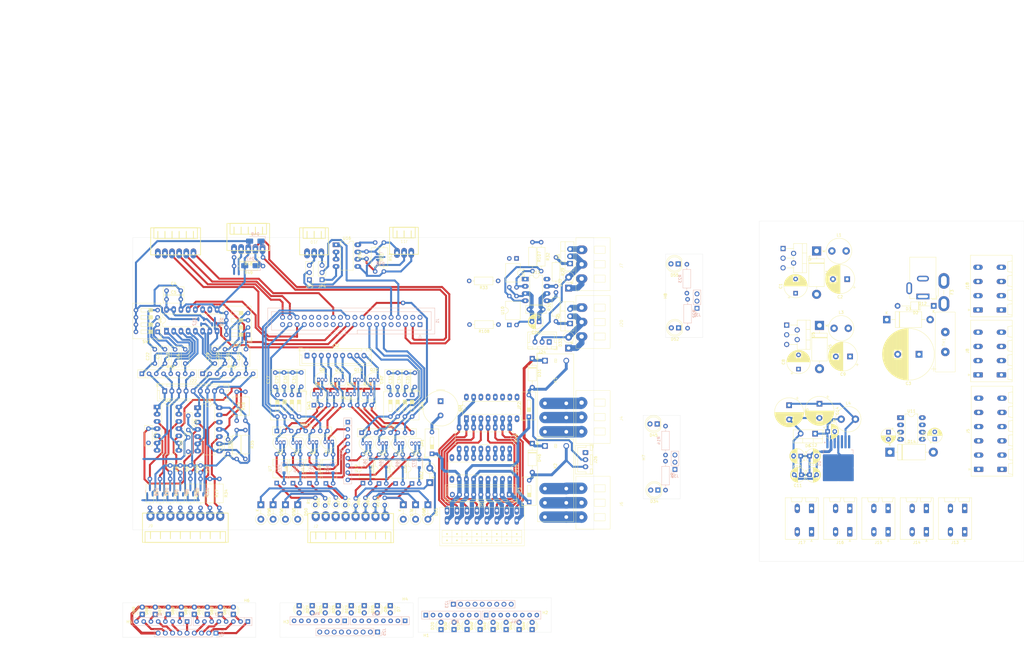
<source format=kicad_pcb>
(kicad_pcb
	(version 20240108)
	(generator "pcbnew")
	(generator_version "8.0")
	(general
		(thickness 1.6)
		(legacy_teardrops no)
	)
	(paper "A3")
	(layers
		(0 "F.Cu" signal)
		(31 "B.Cu" signal)
		(32 "B.Adhes" user "B.Adhesive")
		(33 "F.Adhes" user "F.Adhesive")
		(34 "B.Paste" user)
		(35 "F.Paste" user)
		(36 "B.SilkS" user "B.Silkscreen")
		(37 "F.SilkS" user "F.Silkscreen")
		(38 "B.Mask" user)
		(39 "F.Mask" user)
		(40 "Dwgs.User" user "User.Drawings")
		(41 "Cmts.User" user "User.Comments")
		(42 "Eco1.User" user "User.Eco1")
		(43 "Eco2.User" user "User.Eco2")
		(44 "Edge.Cuts" user)
		(45 "Margin" user)
		(46 "B.CrtYd" user "B.Courtyard")
		(47 "F.CrtYd" user "F.Courtyard")
		(48 "B.Fab" user)
		(49 "F.Fab" user)
		(50 "User.1" user)
		(51 "User.2" user)
		(52 "User.3" user)
		(53 "User.4" user)
		(54 "User.5" user)
		(55 "User.6" user)
		(56 "User.7" user)
		(57 "User.8" user)
		(58 "User.9" user)
	)
	(setup
		(pad_to_mask_clearance 0)
		(allow_soldermask_bridges_in_footprints no)
		(pcbplotparams
			(layerselection 0x00010fc_ffffffff)
			(plot_on_all_layers_selection 0x0000000_00000000)
			(disableapertmacros no)
			(usegerberextensions no)
			(usegerberattributes yes)
			(usegerberadvancedattributes yes)
			(creategerberjobfile yes)
			(dashed_line_dash_ratio 12.000000)
			(dashed_line_gap_ratio 3.000000)
			(svgprecision 4)
			(plotframeref no)
			(viasonmask no)
			(mode 1)
			(useauxorigin no)
			(hpglpennumber 1)
			(hpglpenspeed 20)
			(hpglpendiameter 15.000000)
			(pdf_front_fp_property_popups yes)
			(pdf_back_fp_property_popups yes)
			(dxfpolygonmode yes)
			(dxfimperialunits yes)
			(dxfusepcbnewfont yes)
			(psnegative no)
			(psa4output no)
			(plotreference yes)
			(plotvalue yes)
			(plotfptext yes)
			(plotinvisibletext no)
			(sketchpadsonfab no)
			(subtractmaskfromsilk no)
			(outputformat 1)
			(mirror no)
			(drillshape 1)
			(scaleselection 1)
			(outputdirectory "")
		)
	)
	(net 0 "")
	(net 1 "+5V")
	(net 2 "/Buzzer")
	(net 3 "+24V filtered")
	(net 4 "GND")
	(net 5 "+3V3")
	(net 6 "/ADC_CH3")
	(net 7 "/ADC_CH1")
	(net 8 "+12V")
	(net 9 "Net-(D6-K)")
	(net 10 "Net-(U1-BOOT)")
	(net 11 "/Dig-IN_1")
	(net 12 "Net-(U11-CAP+)")
	(net 13 "Net-(D14-K)")
	(net 14 "-5V")
	(net 15 "/ADC_CH5")
	(net 16 "/ADC_CH6")
	(net 17 "/ADC_CH0")
	(net 18 "/ADC_CH2")
	(net 19 "/ADC_CH7")
	(net 20 "/ADC_CH4")
	(net 21 "/Dig-IN_2")
	(net 22 "/Dig-IN_3")
	(net 23 "/Dig-IN_4")
	(net 24 "/Dig-IN_5")
	(net 25 "/Dig-IN_6")
	(net 26 "/Dig-IN_7")
	(net 27 "/Dig-IN_8")
	(net 28 "Net-(D1-K)")
	(net 29 "Net-(D2-K)")
	(net 30 "Net-(D5-K)")
	(net 31 "OUT_Digital_1_open-drain")
	(net 32 "Net-(U3C-+)")
	(net 33 "Net-(U3D-+)")
	(net 34 "IN_Analog_6 (0-20mA)")
	(net 35 "IN_Analog_7 (0-20mA)")
	(net 36 "Net-(U9B-+)")
	(net 37 "/OUT_PWM_1_diode")
	(net 38 "/OUT_PWM_2_diode")
	(net 39 "Net-(D34-A)")
	(net 40 "Net-(U9A-+)")
	(net 41 "OUT_Digital_2_open-drain")
	(net 42 "OUT_Digital_3_open-drain")
	(net 43 "OUT_Digital_4_open-drain")
	(net 44 "OUT_Digital_5_open-drain")
	(net 45 "Net-(U3A-+)")
	(net 46 "I2C_SDA")
	(net 47 "RS485_B")
	(net 48 "RS485_A")
	(net 49 "Net-(D50-A1)")
	(net 50 "Net-(D51-A)")
	(net 51 "Net-(D53-A1)")
	(net 52 "Net-(D54-A)")
	(net 53 "Net-(D56-A1)")
	(net 54 "Net-(D57-A)")
	(net 55 "Net-(D59-A1)")
	(net 56 "Net-(D60-A)")
	(net 57 "Net-(D62-A1)")
	(net 58 "Net-(D63-A)")
	(net 59 "Net-(D65-A1)")
	(net 60 "Net-(D66-A)")
	(net 61 "Net-(D68-A1)")
	(net 62 "Net-(D69-A)")
	(net 63 "Net-(D71-A1)")
	(net 64 "Net-(D72-A)")
	(net 65 "+BATT")
	(net 66 "unconnected-(J1-ID_SD{slash}GPIO0-Pad27)")
	(net 67 "/SPI_CE0_ADC")
	(net 68 "Net-(J1-3V3-Pad1)")
	(net 69 "/SPI0_miso_ADC")
	(net 70 "/UART_DIR-T")
	(net 71 "/SPI0_mosi_ADC")
	(net 72 "/SPI0_sclk_ADC")
	(net 73 "/UART_TX")
	(net 74 "/SPI1_miso_FREE")
	(net 75 "/SR-OUT_latch")
	(net 76 "/SPI1_mosi_FREE")
	(net 77 "/SR-OUT_clock")
	(net 78 "/SR-OUT_data")
	(net 79 "unconnected-(J1-ID_SC{slash}GPIO1-Pad28)")
	(net 80 "/SPI1_CE_FREE")
	(net 81 "/UART_RX")
	(net 82 "/OUT_PWM_2")
	(net 83 "/SPI1_sclk_FREE")
	(net 84 "/OUT_PWM_1")
	(net 85 "IN_Digital_8")
	(net 86 "IN_Digital_5")
	(net 87 "IN_Digital_2")
	(net 88 "IN_Digital_3")
	(net 89 "IN_Digital_4")
	(net 90 "IN_Digital_6")
	(net 91 "IN_Digital_7")
	(net 92 "IN_Digital_1")
	(net 93 "OUT_Digital_8")
	(net 94 "OUT_Digital_7_open-drain")
	(net 95 "OUT_Digital_2")
	(net 96 "OUT_Digital_4")
	(net 97 "OUT_Digital_5")
	(net 98 "OUT_Digital_6")
	(net 99 "OUT_Digital_3")
	(net 100 "OUT_Digital_7")
	(net 101 "OUT_Digital_8_open-drain")
	(net 102 "OUT_Digital_1")
	(net 103 "OUT_Digital_6_open-drain")
	(net 104 "Net-(J4-Pin_1)")
	(net 105 "Net-(J4-Pin_2)")
	(net 106 "Net-(J4-Pin_3)")
	(net 107 "OUT_Digital_COM_open-drain")
	(net 108 "Net-(J6-Pin_1)")
	(net 109 "Net-(J6-Pin_3)")
	(net 110 "Net-(J6-Pin_2)")
	(net 111 "IN_Analog_1 (0-3.3V)")
	(net 112 "IN_Analog_5 (0-24V)")
	(net 113 "IN_Analog_4 (0-12V)")
	(net 114 "IN_Analog_2 (0-5V)")
	(net 115 "IN_Analog_0 (0-3.3V)")
	(net 116 "IN_Analog_3 (0-5V)")
	(net 117 "Net-(Q1-G)")
	(net 118 "Net-(Q2-G)")
	(net 119 "Net-(Q2-D)")
	(net 120 "Net-(Q5-G)")
	(net 121 "Net-(C17-Pad1)")
	(net 122 "Net-(Q7-G)")
	(net 123 "Net-(Q7-D)")
	(net 124 "Net-(C29-Pad1)")
	(net 125 "Net-(Q9-G)")
	(net 126 "Net-(C30-Pad1)")
	(net 127 "Net-(Q10-G)")
	(net 128 "Net-(Q11-D)")
	(net 129 "Net-(Q11-G)")
	(net 130 "Net-(C31-Pad1)")
	(net 131 "Net-(Q13-G)")
	(net 132 "Net-(Q13-D)")
	(net 133 "Net-(C32-Pad1)")
	(net 134 "Net-(Q15-D)")
	(net 135 "Net-(Q15-G)")
	(net 136 "Net-(C33-Pad1)")
	(net 137 "Net-(Q17-G)")
	(net 138 "Net-(Q17-D)")
	(net 139 "Net-(C34-Pad1)")
	(net 140 "Net-(Q19-D)")
	(net 141 "Net-(Q19-G)")
	(net 142 "Net-(C35-Pad1)")
	(net 143 "Net-(U9C--)")
	(net 144 "Net-(U12-~{OUTA})")
	(net 145 "Net-(U12-~{OUTB})")
	(net 146 "Net-(U12-INB)")
	(net 147 "Net-(R33-Pad1)")
	(net 148 "Net-(U9D--)")
	(net 149 "Net-(U12-INA)")
	(net 150 "Net-(R108-Pad1)")
	(net 151 "unconnected-(U1-EN-Pad7)")
	(net 152 "unconnected-(U1-NC-Pad5)")
	(net 153 "unconnected-(U2-QH'-Pad9)")
	(net 154 "unconnected-(U11-OSC-Pad7)")
	(net 155 "unconnected-(U11-NC-Pad1)")
	(net 156 "unconnected-(U12-NC-Pad8)")
	(net 157 "unconnected-(U12-NC-Pad1)")
	(net 158 "Net-(U3B-+)")
	(net 159 "Net-(D45-K)")
	(net 160 "/LED_analog-CH6")
	(net 161 "/LED_analog-CH2")
	(net 162 "/LED_analog-CH7")
	(net 163 "/LED_analog-CH5")
	(net 164 "/LED_analog-CH0")
	(net 165 "/LED_analog-CH1")
	(net 166 "/LED_analog-CH3")
	(net 167 "/LED_analog-CH4")
	(net 168 "Net-(D10-K)")
	(net 169 "Net-(D7-A)")
	(net 170 "Net-(D8-A)")
	(net 171 "Net-(D10-A)")
	(net 172 "Net-(D15-A)")
	(net 173 "Net-(D17-A)")
	(net 174 "Net-(D23-A)")
	(net 175 "Net-(D26-A)")
	(net 176 "Net-(D27-A)")
	(net 177 "Net-(D82-K)")
	(net 178 "Net-(D82-A)")
	(net 179 "Net-(D83-K)")
	(net 180 "Net-(D84-K)")
	(net 181 "Net-(D85-K)")
	(net 182 "Net-(D86-K)")
	(net 183 "Net-(D87-K)")
	(net 184 "Net-(D88-K)")
	(net 185 "Net-(D89-K)")
	(net 186 "Net-(J25-Pin_8)")
	(net 187 "Net-(J25-Pin_5)")
	(net 188 "Net-(J25-Pin_7)")
	(net 189 "Net-(J25-Pin_2)")
	(net 190 "Net-(J25-Pin_6)")
	(net 191 "Net-(J25-Pin_1)")
	(net 192 "Net-(J25-Pin_4)")
	(net 193 "Net-(J25-Pin_3)")
	(net 194 "Net-(J27-Pin_4)")
	(net 195 "Net-(J27-Pin_8)")
	(net 196 "Net-(J27-Pin_1)")
	(net 197 "Net-(J27-Pin_5)")
	(net 198 "Net-(J27-Pin_6)")
	(net 199 "Net-(J27-Pin_7)")
	(net 200 "Net-(J27-Pin_3)")
	(net 201 "Net-(J27-Pin_2)")
	(net 202 "Net-(D20-A)")
	(net 203 "Net-(D20-K)")
	(net 204 "Net-(D30-K)")
	(net 205 "Net-(D37-K)")
	(net 206 "Net-(D40-K)")
	(net 207 "Net-(D41-K)")
	(net 208 "Net-(D42-K)")
	(net 209 "Net-(D43-K)")
	(net 210 "Net-(D44-K)")
	(net 211 "/LED_digital-out_2")
	(net 212 "/LED_digital-out_8")
	(net 213 "/LED_digital-out_6")
	(net 214 "/LED_digital-out_5")
	(net 215 "/LED_digital-out_4")
	(net 216 "/LED_digital-out_7")
	(net 217 "/LED_digital-out_1")
	(net 218 "/LED_digital-out_3")
	(net 219 "Net-(J23-Pin_1)")
	(net 220 "Net-(J23-Pin_5)")
	(net 221 "Net-(J23-Pin_3)")
	(net 222 "Net-(J23-Pin_2)")
	(net 223 "Net-(J23-Pin_8)")
	(net 224 "Net-(J23-Pin_7)")
	(net 225 "Net-(J23-Pin_4)")
	(net 226 "Net-(J23-Pin_6)")
	(net 227 "/LED_relay-1")
	(net 228 "/LED_PWM-1")
	(net 229 "/LED_PWM-2")
	(net 230 "Net-(D34-K)")
	(net 231 "/LED_relay-2")
	(net 232 "Net-(D52-K)")
	(net 233 "Net-(D52-A)")
	(net 234 "Net-(D55-K)")
	(net 235 "Net-(J30-Pin_3)")
	(net 236 "Net-(J30-Pin_2)")
	(net 237 "Net-(J31-Pin_3)")
	(net 238 "Net-(J31-Pin_2)")
	(net 239 "Net-(RN9-R2.2)")
	(net 240 "Net-(RN9-R8.2)")
	(net 241 "Net-(RN9-R7.2)")
	(net 242 "Net-(RN9-R5.2)")
	(net 243 "Net-(RN9-R1.2)")
	(net 244 "Net-(RN9-R6.2)")
	(net 245 "Net-(RN9-R3.2)")
	(net 246 "Net-(RN9-R4.2)")
	(net 247 "/DIP_EN-Filter-ADC3")
	(net 248 "/DIP_EN-Filter-ADC1")
	(net 249 "/DIP_EN-Filter-ADC5")
	(net 250 "/DIP_EN-Filter-ADC6")
	(net 251 "/DIP_EN-Filter-ADC0")
	(net 252 "/DIP_EN-Filter-ADC2")
	(net 253 "/DIP_EN-Filter-ADC7")
	(net 254 "/DIP_EN-Filter-ADC4")
	(net 255 "unconnected-(J3-Pin_6-Pad6)")
	(net 256 "unconnected-(J3-Pin_5-Pad5)")
	(net 257 "unconnected-(J19-Pin_4-Pad4)")
	(net 258 "unconnected-(J19-Pin_5-Pad5)")
	(net 259 "I2C_SCL")
	(net 260 "Net-(J10-Pin_2)")
	(net 261 "Net-(J10-Pin_1)")
	(net 262 "Net-(JP4-A)")
	(net 263 "Net-(JP5-A)")
	(footprint "Capacitor_THT:CP_Radial_D10.0mm_P5.00mm" (layer "F.Cu") (at 321.366277 144.0434 180))
	(footprint "Connector_JST:JST_XH_B9B-XH-A_1x09_P2.50mm_Vertical" (layer "F.Cu") (at 130.635 143.7565))
	(footprint "Resistor_THT:R_Axial_DIN0207_L6.3mm_D2.5mm_P2.54mm_Vertical" (layer "F.Cu") (at 151.511 109.728 90))
	(footprint "Button_Switch_THT:SW_DIP_SPSTx04_Slide_9.78x12.34mm_W7.62mm_P2.54mm" (layer "F.Cu") (at 78.1495 135.389 180))
	(footprint "Package_TO_SOT_THT:TO-92_Inline" (layer "F.Cu") (at 133.0945 157.2824))
	(footprint "Package_DIP:DIP-4_W10.16mm" (layer "F.Cu") (at 201.671 132.969 90))
	(footprint "Button_Switch_THT:SW_DIP_SPSTx01_Slide_9.78x4.72mm_W7.62mm_P2.54mm" (layer "F.Cu") (at 174.498 178.2655 90))
	(footprint "Capacitor_THT:CP_Radial_D5.0mm_P2.50mm" (layer "F.Cu") (at 212.152113 131.826 180))
	(footprint "Relay_THT:Relay_SPDT_Omron_G2RL-1-E" (layer "F.Cu") (at 214.182 145.522))
	(footprint "Resistor_THT:R_Axial_DIN0207_L6.3mm_D2.5mm_P10.16mm_Horizontal" (layer "F.Cu") (at 99.822 187.0877 -90))
	(footprint "LED_THT:LED_D3.0mm_IRGrey" (layer "F.Cu") (at 91.02905 234.6843 90))
	(footprint "LED_THT:LED_D3.0mm_IRGrey" (layer "F.Cu") (at 127.85905 231.6313 -90))
	(footprint "Capacitor_THT:CP_Radial_D8.0mm_P5.00mm" (layer "F.Cu") (at 302.2346 121.808051 90))
	(footprint "Diode_THT:D_DO-201AD_P15.24mm_Horizontal" (layer "F.Cu") (at 310.6166 133.1214 -90))
	(footprint "Package_DIP:DIP-8_W7.62mm_LongPads"
		(layer "F.Cu")
		(uuid "0a190fd7-2dbf-4d42-bf26-6ca23693d527")
		(at 140.828 104.785)
		(descr "8-lead though-hole mounted DIP package, row spacing 7.62 mm (300 mils), LongPads")
		(tags "THT DIP DIL PDIP 2.54mm 7.62mm 300mil LongPads")
		(property "Reference" "U16"
			(at 3.81 -2.33 360)
			(layer "F.SilkS")
			(uuid "774d4eee-02fd-40fc-9307-dc87ff5b3d17")
			(effects
				(font
					(size 1 1)
					(thickness 0.15)
				)
			)
		)
		(property "Value" "MAX3483"
			(at 3.81 9.95 360)
			(layer "F.Fab")
			(uuid "0a8e769d-8d10-463f-b6d0-98d39dfd4189")
			(effects
				(font
					(size 1 1)
					(thickness 0.15)
				)
			)
		)
		(property "Footprint" "Package_DIP:DIP-8_W7.62mm_LongPads"

... [1903033 chars truncated]
</source>
